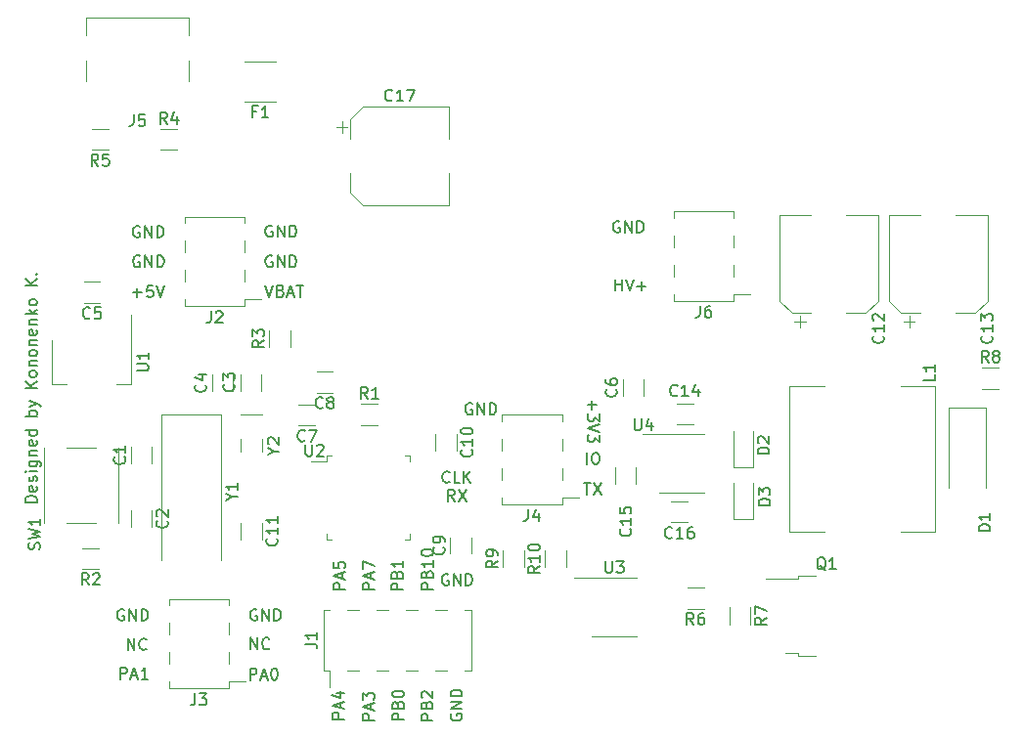
<source format=gbr>
G04 #@! TF.GenerationSoftware,KiCad,Pcbnew,(6.0.0)*
G04 #@! TF.CreationDate,2022-12-26T15:53:49+03:00*
G04 #@! TF.ProjectId,mcu board,6d637520-626f-4617-9264-2e6b69636164,rev?*
G04 #@! TF.SameCoordinates,Original*
G04 #@! TF.FileFunction,Legend,Top*
G04 #@! TF.FilePolarity,Positive*
%FSLAX46Y46*%
G04 Gerber Fmt 4.6, Leading zero omitted, Abs format (unit mm)*
G04 Created by KiCad (PCBNEW (6.0.0)) date 2022-12-26 15:53:49*
%MOMM*%
%LPD*%
G01*
G04 APERTURE LIST*
%ADD10C,0.150000*%
%ADD11C,0.120000*%
G04 APERTURE END LIST*
D10*
X108372380Y-101450952D02*
X107372380Y-101450952D01*
X107372380Y-101212857D01*
X107420000Y-101070000D01*
X107515238Y-100974761D01*
X107610476Y-100927142D01*
X107800952Y-100879523D01*
X107943809Y-100879523D01*
X108134285Y-100927142D01*
X108229523Y-100974761D01*
X108324761Y-101070000D01*
X108372380Y-101212857D01*
X108372380Y-101450952D01*
X108324761Y-100070000D02*
X108372380Y-100165238D01*
X108372380Y-100355714D01*
X108324761Y-100450952D01*
X108229523Y-100498571D01*
X107848571Y-100498571D01*
X107753333Y-100450952D01*
X107705714Y-100355714D01*
X107705714Y-100165238D01*
X107753333Y-100070000D01*
X107848571Y-100022380D01*
X107943809Y-100022380D01*
X108039047Y-100498571D01*
X108324761Y-99641428D02*
X108372380Y-99546190D01*
X108372380Y-99355714D01*
X108324761Y-99260476D01*
X108229523Y-99212857D01*
X108181904Y-99212857D01*
X108086666Y-99260476D01*
X108039047Y-99355714D01*
X108039047Y-99498571D01*
X107991428Y-99593809D01*
X107896190Y-99641428D01*
X107848571Y-99641428D01*
X107753333Y-99593809D01*
X107705714Y-99498571D01*
X107705714Y-99355714D01*
X107753333Y-99260476D01*
X108372380Y-98784285D02*
X107705714Y-98784285D01*
X107372380Y-98784285D02*
X107420000Y-98831904D01*
X107467619Y-98784285D01*
X107420000Y-98736666D01*
X107372380Y-98784285D01*
X107467619Y-98784285D01*
X107705714Y-97879523D02*
X108515238Y-97879523D01*
X108610476Y-97927142D01*
X108658095Y-97974761D01*
X108705714Y-98070000D01*
X108705714Y-98212857D01*
X108658095Y-98308095D01*
X108324761Y-97879523D02*
X108372380Y-97974761D01*
X108372380Y-98165238D01*
X108324761Y-98260476D01*
X108277142Y-98308095D01*
X108181904Y-98355714D01*
X107896190Y-98355714D01*
X107800952Y-98308095D01*
X107753333Y-98260476D01*
X107705714Y-98165238D01*
X107705714Y-97974761D01*
X107753333Y-97879523D01*
X107705714Y-97403333D02*
X108372380Y-97403333D01*
X107800952Y-97403333D02*
X107753333Y-97355714D01*
X107705714Y-97260476D01*
X107705714Y-97117619D01*
X107753333Y-97022380D01*
X107848571Y-96974761D01*
X108372380Y-96974761D01*
X108324761Y-96117619D02*
X108372380Y-96212857D01*
X108372380Y-96403333D01*
X108324761Y-96498571D01*
X108229523Y-96546190D01*
X107848571Y-96546190D01*
X107753333Y-96498571D01*
X107705714Y-96403333D01*
X107705714Y-96212857D01*
X107753333Y-96117619D01*
X107848571Y-96070000D01*
X107943809Y-96070000D01*
X108039047Y-96546190D01*
X108372380Y-95212857D02*
X107372380Y-95212857D01*
X108324761Y-95212857D02*
X108372380Y-95308095D01*
X108372380Y-95498571D01*
X108324761Y-95593809D01*
X108277142Y-95641428D01*
X108181904Y-95689047D01*
X107896190Y-95689047D01*
X107800952Y-95641428D01*
X107753333Y-95593809D01*
X107705714Y-95498571D01*
X107705714Y-95308095D01*
X107753333Y-95212857D01*
X108372380Y-93974761D02*
X107372380Y-93974761D01*
X107753333Y-93974761D02*
X107705714Y-93879523D01*
X107705714Y-93689047D01*
X107753333Y-93593809D01*
X107800952Y-93546190D01*
X107896190Y-93498571D01*
X108181904Y-93498571D01*
X108277142Y-93546190D01*
X108324761Y-93593809D01*
X108372380Y-93689047D01*
X108372380Y-93879523D01*
X108324761Y-93974761D01*
X107705714Y-93165238D02*
X108372380Y-92927142D01*
X107705714Y-92689047D02*
X108372380Y-92927142D01*
X108610476Y-93022380D01*
X108658095Y-93070000D01*
X108705714Y-93165238D01*
X108372380Y-91546190D02*
X107372380Y-91546190D01*
X108372380Y-90974761D02*
X107800952Y-91403333D01*
X107372380Y-90974761D02*
X107943809Y-91546190D01*
X108372380Y-90403333D02*
X108324761Y-90498571D01*
X108277142Y-90546190D01*
X108181904Y-90593809D01*
X107896190Y-90593809D01*
X107800952Y-90546190D01*
X107753333Y-90498571D01*
X107705714Y-90403333D01*
X107705714Y-90260476D01*
X107753333Y-90165238D01*
X107800952Y-90117619D01*
X107896190Y-90070000D01*
X108181904Y-90070000D01*
X108277142Y-90117619D01*
X108324761Y-90165238D01*
X108372380Y-90260476D01*
X108372380Y-90403333D01*
X107705714Y-89641428D02*
X108372380Y-89641428D01*
X107800952Y-89641428D02*
X107753333Y-89593809D01*
X107705714Y-89498571D01*
X107705714Y-89355714D01*
X107753333Y-89260476D01*
X107848571Y-89212857D01*
X108372380Y-89212857D01*
X108372380Y-88593809D02*
X108324761Y-88689047D01*
X108277142Y-88736666D01*
X108181904Y-88784285D01*
X107896190Y-88784285D01*
X107800952Y-88736666D01*
X107753333Y-88689047D01*
X107705714Y-88593809D01*
X107705714Y-88450952D01*
X107753333Y-88355714D01*
X107800952Y-88308095D01*
X107896190Y-88260476D01*
X108181904Y-88260476D01*
X108277142Y-88308095D01*
X108324761Y-88355714D01*
X108372380Y-88450952D01*
X108372380Y-88593809D01*
X107705714Y-87831904D02*
X108372380Y-87831904D01*
X107800952Y-87831904D02*
X107753333Y-87784285D01*
X107705714Y-87689047D01*
X107705714Y-87546190D01*
X107753333Y-87450952D01*
X107848571Y-87403333D01*
X108372380Y-87403333D01*
X108324761Y-86546190D02*
X108372380Y-86641428D01*
X108372380Y-86831904D01*
X108324761Y-86927142D01*
X108229523Y-86974761D01*
X107848571Y-86974761D01*
X107753333Y-86927142D01*
X107705714Y-86831904D01*
X107705714Y-86641428D01*
X107753333Y-86546190D01*
X107848571Y-86498571D01*
X107943809Y-86498571D01*
X108039047Y-86974761D01*
X107705714Y-86070000D02*
X108372380Y-86070000D01*
X107800952Y-86070000D02*
X107753333Y-86022380D01*
X107705714Y-85927142D01*
X107705714Y-85784285D01*
X107753333Y-85689047D01*
X107848571Y-85641428D01*
X108372380Y-85641428D01*
X108372380Y-85165238D02*
X107372380Y-85165238D01*
X107991428Y-85070000D02*
X108372380Y-84784285D01*
X107705714Y-84784285D02*
X108086666Y-85165238D01*
X108372380Y-84212857D02*
X108324761Y-84308095D01*
X108277142Y-84355714D01*
X108181904Y-84403333D01*
X107896190Y-84403333D01*
X107800952Y-84355714D01*
X107753333Y-84308095D01*
X107705714Y-84212857D01*
X107705714Y-84070000D01*
X107753333Y-83974761D01*
X107800952Y-83927142D01*
X107896190Y-83879523D01*
X108181904Y-83879523D01*
X108277142Y-83927142D01*
X108324761Y-83974761D01*
X108372380Y-84070000D01*
X108372380Y-84212857D01*
X108372380Y-82689047D02*
X107372380Y-82689047D01*
X108372380Y-82117619D02*
X107800952Y-82546190D01*
X107372380Y-82117619D02*
X107943809Y-82689047D01*
X108277142Y-81689047D02*
X108324761Y-81641428D01*
X108372380Y-81689047D01*
X108324761Y-81736666D01*
X108277142Y-81689047D01*
X108372380Y-81689047D01*
X126833333Y-116832380D02*
X126833333Y-115832380D01*
X127214285Y-115832380D01*
X127309523Y-115880000D01*
X127357142Y-115927619D01*
X127404761Y-116022857D01*
X127404761Y-116165714D01*
X127357142Y-116260952D01*
X127309523Y-116308571D01*
X127214285Y-116356190D01*
X126833333Y-116356190D01*
X127785714Y-116546666D02*
X128261904Y-116546666D01*
X127690476Y-116832380D02*
X128023809Y-115832380D01*
X128357142Y-116832380D01*
X128880952Y-115832380D02*
X128976190Y-115832380D01*
X129071428Y-115880000D01*
X129119047Y-115927619D01*
X129166666Y-116022857D01*
X129214285Y-116213333D01*
X129214285Y-116451428D01*
X129166666Y-116641904D01*
X129119047Y-116737142D01*
X129071428Y-116784761D01*
X128976190Y-116832380D01*
X128880952Y-116832380D01*
X128785714Y-116784761D01*
X128738095Y-116737142D01*
X128690476Y-116641904D01*
X128642857Y-116451428D01*
X128642857Y-116213333D01*
X128690476Y-116022857D01*
X128738095Y-115927619D01*
X128785714Y-115880000D01*
X128880952Y-115832380D01*
X117278095Y-80130000D02*
X117182857Y-80082380D01*
X117040000Y-80082380D01*
X116897142Y-80130000D01*
X116801904Y-80225238D01*
X116754285Y-80320476D01*
X116706666Y-80510952D01*
X116706666Y-80653809D01*
X116754285Y-80844285D01*
X116801904Y-80939523D01*
X116897142Y-81034761D01*
X117040000Y-81082380D01*
X117135238Y-81082380D01*
X117278095Y-81034761D01*
X117325714Y-80987142D01*
X117325714Y-80653809D01*
X117135238Y-80653809D01*
X117754285Y-81082380D02*
X117754285Y-80082380D01*
X118325714Y-81082380D01*
X118325714Y-80082380D01*
X118801904Y-81082380D02*
X118801904Y-80082380D01*
X119040000Y-80082380D01*
X119182857Y-80130000D01*
X119278095Y-80225238D01*
X119325714Y-80320476D01*
X119373333Y-80510952D01*
X119373333Y-80653809D01*
X119325714Y-80844285D01*
X119278095Y-80939523D01*
X119182857Y-81034761D01*
X119040000Y-81082380D01*
X118801904Y-81082380D01*
X116694285Y-83291428D02*
X117456190Y-83291428D01*
X117075238Y-83672380D02*
X117075238Y-82910476D01*
X118408571Y-82672380D02*
X117932380Y-82672380D01*
X117884761Y-83148571D01*
X117932380Y-83100952D01*
X118027619Y-83053333D01*
X118265714Y-83053333D01*
X118360952Y-83100952D01*
X118408571Y-83148571D01*
X118456190Y-83243809D01*
X118456190Y-83481904D01*
X118408571Y-83577142D01*
X118360952Y-83624761D01*
X118265714Y-83672380D01*
X118027619Y-83672380D01*
X117932380Y-83624761D01*
X117884761Y-83577142D01*
X118741904Y-82672380D02*
X119075238Y-83672380D01*
X119408571Y-82672380D01*
X135072380Y-108976666D02*
X134072380Y-108976666D01*
X134072380Y-108595714D01*
X134120000Y-108500476D01*
X134167619Y-108452857D01*
X134262857Y-108405238D01*
X134405714Y-108405238D01*
X134500952Y-108452857D01*
X134548571Y-108500476D01*
X134596190Y-108595714D01*
X134596190Y-108976666D01*
X134786666Y-108024285D02*
X134786666Y-107548095D01*
X135072380Y-108119523D02*
X134072380Y-107786190D01*
X135072380Y-107452857D01*
X134072380Y-106643333D02*
X134072380Y-107119523D01*
X134548571Y-107167142D01*
X134500952Y-107119523D01*
X134453333Y-107024285D01*
X134453333Y-106786190D01*
X134500952Y-106690952D01*
X134548571Y-106643333D01*
X134643809Y-106595714D01*
X134881904Y-106595714D01*
X134977142Y-106643333D01*
X135024761Y-106690952D01*
X135072380Y-106786190D01*
X135072380Y-107024285D01*
X135024761Y-107119523D01*
X134977142Y-107167142D01*
X144230000Y-119781904D02*
X144182380Y-119877142D01*
X144182380Y-120020000D01*
X144230000Y-120162857D01*
X144325238Y-120258095D01*
X144420476Y-120305714D01*
X144610952Y-120353333D01*
X144753809Y-120353333D01*
X144944285Y-120305714D01*
X145039523Y-120258095D01*
X145134761Y-120162857D01*
X145182380Y-120020000D01*
X145182380Y-119924761D01*
X145134761Y-119781904D01*
X145087142Y-119734285D01*
X144753809Y-119734285D01*
X144753809Y-119924761D01*
X145182380Y-119305714D02*
X144182380Y-119305714D01*
X145182380Y-118734285D01*
X144182380Y-118734285D01*
X145182380Y-118258095D02*
X144182380Y-118258095D01*
X144182380Y-118020000D01*
X144230000Y-117877142D01*
X144325238Y-117781904D01*
X144420476Y-117734285D01*
X144610952Y-117686666D01*
X144753809Y-117686666D01*
X144944285Y-117734285D01*
X145039523Y-117781904D01*
X145134761Y-117877142D01*
X145182380Y-118020000D01*
X145182380Y-118258095D01*
X134962380Y-120226666D02*
X133962380Y-120226666D01*
X133962380Y-119845714D01*
X134010000Y-119750476D01*
X134057619Y-119702857D01*
X134152857Y-119655238D01*
X134295714Y-119655238D01*
X134390952Y-119702857D01*
X134438571Y-119750476D01*
X134486190Y-119845714D01*
X134486190Y-120226666D01*
X134676666Y-119274285D02*
X134676666Y-118798095D01*
X134962380Y-119369523D02*
X133962380Y-119036190D01*
X134962380Y-118702857D01*
X134295714Y-117940952D02*
X134962380Y-117940952D01*
X133914761Y-118179047D02*
X134629047Y-118417142D01*
X134629047Y-117798095D01*
X116234285Y-114232380D02*
X116234285Y-113232380D01*
X116805714Y-114232380D01*
X116805714Y-113232380D01*
X117853333Y-114137142D02*
X117805714Y-114184761D01*
X117662857Y-114232380D01*
X117567619Y-114232380D01*
X117424761Y-114184761D01*
X117329523Y-114089523D01*
X117281904Y-113994285D01*
X117234285Y-113803809D01*
X117234285Y-113660952D01*
X117281904Y-113470476D01*
X117329523Y-113375238D01*
X117424761Y-113280000D01*
X117567619Y-113232380D01*
X117662857Y-113232380D01*
X117805714Y-113280000D01*
X117853333Y-113327619D01*
X128738095Y-77510000D02*
X128642857Y-77462380D01*
X128500000Y-77462380D01*
X128357142Y-77510000D01*
X128261904Y-77605238D01*
X128214285Y-77700476D01*
X128166666Y-77890952D01*
X128166666Y-78033809D01*
X128214285Y-78224285D01*
X128261904Y-78319523D01*
X128357142Y-78414761D01*
X128500000Y-78462380D01*
X128595238Y-78462380D01*
X128738095Y-78414761D01*
X128785714Y-78367142D01*
X128785714Y-78033809D01*
X128595238Y-78033809D01*
X129214285Y-78462380D02*
X129214285Y-77462380D01*
X129785714Y-78462380D01*
X129785714Y-77462380D01*
X130261904Y-78462380D02*
X130261904Y-77462380D01*
X130500000Y-77462380D01*
X130642857Y-77510000D01*
X130738095Y-77605238D01*
X130785714Y-77700476D01*
X130833333Y-77890952D01*
X130833333Y-78033809D01*
X130785714Y-78224285D01*
X130738095Y-78319523D01*
X130642857Y-78414761D01*
X130500000Y-78462380D01*
X130261904Y-78462380D01*
X137572380Y-108976666D02*
X136572380Y-108976666D01*
X136572380Y-108595714D01*
X136620000Y-108500476D01*
X136667619Y-108452857D01*
X136762857Y-108405238D01*
X136905714Y-108405238D01*
X137000952Y-108452857D01*
X137048571Y-108500476D01*
X137096190Y-108595714D01*
X137096190Y-108976666D01*
X137286666Y-108024285D02*
X137286666Y-107548095D01*
X137572380Y-108119523D02*
X136572380Y-107786190D01*
X137572380Y-107452857D01*
X136572380Y-107214761D02*
X136572380Y-106548095D01*
X137572380Y-106976666D01*
X143988095Y-107690000D02*
X143892857Y-107642380D01*
X143750000Y-107642380D01*
X143607142Y-107690000D01*
X143511904Y-107785238D01*
X143464285Y-107880476D01*
X143416666Y-108070952D01*
X143416666Y-108213809D01*
X143464285Y-108404285D01*
X143511904Y-108499523D01*
X143607142Y-108594761D01*
X143750000Y-108642380D01*
X143845238Y-108642380D01*
X143988095Y-108594761D01*
X144035714Y-108547142D01*
X144035714Y-108213809D01*
X143845238Y-108213809D01*
X144464285Y-108642380D02*
X144464285Y-107642380D01*
X145035714Y-108642380D01*
X145035714Y-107642380D01*
X145511904Y-108642380D02*
X145511904Y-107642380D01*
X145750000Y-107642380D01*
X145892857Y-107690000D01*
X145988095Y-107785238D01*
X146035714Y-107880476D01*
X146083333Y-108070952D01*
X146083333Y-108213809D01*
X146035714Y-108404285D01*
X145988095Y-108499523D01*
X145892857Y-108594761D01*
X145750000Y-108642380D01*
X145511904Y-108642380D01*
X140132380Y-120298095D02*
X139132380Y-120298095D01*
X139132380Y-119917142D01*
X139180000Y-119821904D01*
X139227619Y-119774285D01*
X139322857Y-119726666D01*
X139465714Y-119726666D01*
X139560952Y-119774285D01*
X139608571Y-119821904D01*
X139656190Y-119917142D01*
X139656190Y-120298095D01*
X139608571Y-118964761D02*
X139656190Y-118821904D01*
X139703809Y-118774285D01*
X139799047Y-118726666D01*
X139941904Y-118726666D01*
X140037142Y-118774285D01*
X140084761Y-118821904D01*
X140132380Y-118917142D01*
X140132380Y-119298095D01*
X139132380Y-119298095D01*
X139132380Y-118964761D01*
X139180000Y-118869523D01*
X139227619Y-118821904D01*
X139322857Y-118774285D01*
X139418095Y-118774285D01*
X139513333Y-118821904D01*
X139560952Y-118869523D01*
X139608571Y-118964761D01*
X139608571Y-119298095D01*
X139132380Y-118107619D02*
X139132380Y-118012380D01*
X139180000Y-117917142D01*
X139227619Y-117869523D01*
X139322857Y-117821904D01*
X139513333Y-117774285D01*
X139751428Y-117774285D01*
X139941904Y-117821904D01*
X140037142Y-117869523D01*
X140084761Y-117917142D01*
X140132380Y-118012380D01*
X140132380Y-118107619D01*
X140084761Y-118202857D01*
X140037142Y-118250476D01*
X139941904Y-118298095D01*
X139751428Y-118345714D01*
X139513333Y-118345714D01*
X139322857Y-118298095D01*
X139227619Y-118250476D01*
X139180000Y-118202857D01*
X139132380Y-118107619D01*
X128157142Y-82642380D02*
X128490476Y-83642380D01*
X128823809Y-82642380D01*
X129490476Y-83118571D02*
X129633333Y-83166190D01*
X129680952Y-83213809D01*
X129728571Y-83309047D01*
X129728571Y-83451904D01*
X129680952Y-83547142D01*
X129633333Y-83594761D01*
X129538095Y-83642380D01*
X129157142Y-83642380D01*
X129157142Y-82642380D01*
X129490476Y-82642380D01*
X129585714Y-82690000D01*
X129633333Y-82737619D01*
X129680952Y-82832857D01*
X129680952Y-82928095D01*
X129633333Y-83023333D01*
X129585714Y-83070952D01*
X129490476Y-83118571D01*
X129157142Y-83118571D01*
X130109523Y-83356666D02*
X130585714Y-83356666D01*
X130014285Y-83642380D02*
X130347619Y-82642380D01*
X130680952Y-83642380D01*
X130871428Y-82642380D02*
X131442857Y-82642380D01*
X131157142Y-83642380D02*
X131157142Y-82642380D01*
X155738095Y-99752380D02*
X156309523Y-99752380D01*
X156023809Y-100752380D02*
X156023809Y-99752380D01*
X156547619Y-99752380D02*
X157214285Y-100752380D01*
X157214285Y-99752380D02*
X156547619Y-100752380D01*
X144533333Y-101352380D02*
X144200000Y-100876190D01*
X143961904Y-101352380D02*
X143961904Y-100352380D01*
X144342857Y-100352380D01*
X144438095Y-100400000D01*
X144485714Y-100447619D01*
X144533333Y-100542857D01*
X144533333Y-100685714D01*
X144485714Y-100780952D01*
X144438095Y-100828571D01*
X144342857Y-100876190D01*
X143961904Y-100876190D01*
X144866666Y-100352380D02*
X145533333Y-101352380D01*
X145533333Y-100352380D02*
X144866666Y-101352380D01*
X128738095Y-80130000D02*
X128642857Y-80082380D01*
X128500000Y-80082380D01*
X128357142Y-80130000D01*
X128261904Y-80225238D01*
X128214285Y-80320476D01*
X128166666Y-80510952D01*
X128166666Y-80653809D01*
X128214285Y-80844285D01*
X128261904Y-80939523D01*
X128357142Y-81034761D01*
X128500000Y-81082380D01*
X128595238Y-81082380D01*
X128738095Y-81034761D01*
X128785714Y-80987142D01*
X128785714Y-80653809D01*
X128595238Y-80653809D01*
X129214285Y-81082380D02*
X129214285Y-80082380D01*
X129785714Y-81082380D01*
X129785714Y-80082380D01*
X130261904Y-81082380D02*
X130261904Y-80082380D01*
X130500000Y-80082380D01*
X130642857Y-80130000D01*
X130738095Y-80225238D01*
X130785714Y-80320476D01*
X130833333Y-80510952D01*
X130833333Y-80653809D01*
X130785714Y-80844285D01*
X130738095Y-80939523D01*
X130642857Y-81034761D01*
X130500000Y-81082380D01*
X130261904Y-81082380D01*
X115898095Y-110760000D02*
X115802857Y-110712380D01*
X115660000Y-110712380D01*
X115517142Y-110760000D01*
X115421904Y-110855238D01*
X115374285Y-110950476D01*
X115326666Y-111140952D01*
X115326666Y-111283809D01*
X115374285Y-111474285D01*
X115421904Y-111569523D01*
X115517142Y-111664761D01*
X115660000Y-111712380D01*
X115755238Y-111712380D01*
X115898095Y-111664761D01*
X115945714Y-111617142D01*
X115945714Y-111283809D01*
X115755238Y-111283809D01*
X116374285Y-111712380D02*
X116374285Y-110712380D01*
X116945714Y-111712380D01*
X116945714Y-110712380D01*
X117421904Y-111712380D02*
X117421904Y-110712380D01*
X117660000Y-110712380D01*
X117802857Y-110760000D01*
X117898095Y-110855238D01*
X117945714Y-110950476D01*
X117993333Y-111140952D01*
X117993333Y-111283809D01*
X117945714Y-111474285D01*
X117898095Y-111569523D01*
X117802857Y-111664761D01*
X117660000Y-111712380D01*
X117421904Y-111712380D01*
X144104761Y-99657142D02*
X144057142Y-99704761D01*
X143914285Y-99752380D01*
X143819047Y-99752380D01*
X143676190Y-99704761D01*
X143580952Y-99609523D01*
X143533333Y-99514285D01*
X143485714Y-99323809D01*
X143485714Y-99180952D01*
X143533333Y-98990476D01*
X143580952Y-98895238D01*
X143676190Y-98800000D01*
X143819047Y-98752380D01*
X143914285Y-98752380D01*
X144057142Y-98800000D01*
X144104761Y-98847619D01*
X145009523Y-99752380D02*
X144533333Y-99752380D01*
X144533333Y-98752380D01*
X145342857Y-99752380D02*
X145342857Y-98752380D01*
X145914285Y-99752380D02*
X145485714Y-99180952D01*
X145914285Y-98752380D02*
X145342857Y-99323809D01*
X117258095Y-77550000D02*
X117162857Y-77502380D01*
X117020000Y-77502380D01*
X116877142Y-77550000D01*
X116781904Y-77645238D01*
X116734285Y-77740476D01*
X116686666Y-77930952D01*
X116686666Y-78073809D01*
X116734285Y-78264285D01*
X116781904Y-78359523D01*
X116877142Y-78454761D01*
X117020000Y-78502380D01*
X117115238Y-78502380D01*
X117258095Y-78454761D01*
X117305714Y-78407142D01*
X117305714Y-78073809D01*
X117115238Y-78073809D01*
X117734285Y-78502380D02*
X117734285Y-77502380D01*
X118305714Y-78502380D01*
X118305714Y-77502380D01*
X118781904Y-78502380D02*
X118781904Y-77502380D01*
X119020000Y-77502380D01*
X119162857Y-77550000D01*
X119258095Y-77645238D01*
X119305714Y-77740476D01*
X119353333Y-77930952D01*
X119353333Y-78073809D01*
X119305714Y-78264285D01*
X119258095Y-78359523D01*
X119162857Y-78454761D01*
X119020000Y-78502380D01*
X118781904Y-78502380D01*
X156428571Y-92638095D02*
X156428571Y-93400000D01*
X156047619Y-93019047D02*
X156809523Y-93019047D01*
X157047619Y-93780952D02*
X157047619Y-94400000D01*
X156666666Y-94066666D01*
X156666666Y-94209523D01*
X156619047Y-94304761D01*
X156571428Y-94352380D01*
X156476190Y-94400000D01*
X156238095Y-94400000D01*
X156142857Y-94352380D01*
X156095238Y-94304761D01*
X156047619Y-94209523D01*
X156047619Y-93923809D01*
X156095238Y-93828571D01*
X156142857Y-93780952D01*
X157047619Y-94685714D02*
X156047619Y-95019047D01*
X157047619Y-95352380D01*
X157047619Y-95590476D02*
X157047619Y-96209523D01*
X156666666Y-95876190D01*
X156666666Y-96019047D01*
X156619047Y-96114285D01*
X156571428Y-96161904D01*
X156476190Y-96209523D01*
X156238095Y-96209523D01*
X156142857Y-96161904D01*
X156095238Y-96114285D01*
X156047619Y-96019047D01*
X156047619Y-95733333D01*
X156095238Y-95638095D01*
X156142857Y-95590476D01*
X137582380Y-120316666D02*
X136582380Y-120316666D01*
X136582380Y-119935714D01*
X136630000Y-119840476D01*
X136677619Y-119792857D01*
X136772857Y-119745238D01*
X136915714Y-119745238D01*
X137010952Y-119792857D01*
X137058571Y-119840476D01*
X137106190Y-119935714D01*
X137106190Y-120316666D01*
X137296666Y-119364285D02*
X137296666Y-118888095D01*
X137582380Y-119459523D02*
X136582380Y-119126190D01*
X137582380Y-118792857D01*
X136582380Y-118554761D02*
X136582380Y-117935714D01*
X136963333Y-118269047D01*
X136963333Y-118126190D01*
X137010952Y-118030952D01*
X137058571Y-117983333D01*
X137153809Y-117935714D01*
X137391904Y-117935714D01*
X137487142Y-117983333D01*
X137534761Y-118030952D01*
X137582380Y-118126190D01*
X137582380Y-118411904D01*
X137534761Y-118507142D01*
X137487142Y-118554761D01*
X115613333Y-116752380D02*
X115613333Y-115752380D01*
X115994285Y-115752380D01*
X116089523Y-115800000D01*
X116137142Y-115847619D01*
X116184761Y-115942857D01*
X116184761Y-116085714D01*
X116137142Y-116180952D01*
X116089523Y-116228571D01*
X115994285Y-116276190D01*
X115613333Y-116276190D01*
X116565714Y-116466666D02*
X117041904Y-116466666D01*
X116470476Y-116752380D02*
X116803809Y-115752380D01*
X117137142Y-116752380D01*
X117994285Y-116752380D02*
X117422857Y-116752380D01*
X117708571Y-116752380D02*
X117708571Y-115752380D01*
X117613333Y-115895238D01*
X117518095Y-115990476D01*
X117422857Y-116038095D01*
X142642380Y-120328095D02*
X141642380Y-120328095D01*
X141642380Y-119947142D01*
X141690000Y-119851904D01*
X141737619Y-119804285D01*
X141832857Y-119756666D01*
X141975714Y-119756666D01*
X142070952Y-119804285D01*
X142118571Y-119851904D01*
X142166190Y-119947142D01*
X142166190Y-120328095D01*
X142118571Y-118994761D02*
X142166190Y-118851904D01*
X142213809Y-118804285D01*
X142309047Y-118756666D01*
X142451904Y-118756666D01*
X142547142Y-118804285D01*
X142594761Y-118851904D01*
X142642380Y-118947142D01*
X142642380Y-119328095D01*
X141642380Y-119328095D01*
X141642380Y-118994761D01*
X141690000Y-118899523D01*
X141737619Y-118851904D01*
X141832857Y-118804285D01*
X141928095Y-118804285D01*
X142023333Y-118851904D01*
X142070952Y-118899523D01*
X142118571Y-118994761D01*
X142118571Y-119328095D01*
X141737619Y-118375714D02*
X141690000Y-118328095D01*
X141642380Y-118232857D01*
X141642380Y-117994761D01*
X141690000Y-117899523D01*
X141737619Y-117851904D01*
X141832857Y-117804285D01*
X141928095Y-117804285D01*
X142070952Y-117851904D01*
X142642380Y-118423333D01*
X142642380Y-117804285D01*
X127408095Y-110750000D02*
X127312857Y-110702380D01*
X127170000Y-110702380D01*
X127027142Y-110750000D01*
X126931904Y-110845238D01*
X126884285Y-110940476D01*
X126836666Y-111130952D01*
X126836666Y-111273809D01*
X126884285Y-111464285D01*
X126931904Y-111559523D01*
X127027142Y-111654761D01*
X127170000Y-111702380D01*
X127265238Y-111702380D01*
X127408095Y-111654761D01*
X127455714Y-111607142D01*
X127455714Y-111273809D01*
X127265238Y-111273809D01*
X127884285Y-111702380D02*
X127884285Y-110702380D01*
X128455714Y-111702380D01*
X128455714Y-110702380D01*
X128931904Y-111702380D02*
X128931904Y-110702380D01*
X129170000Y-110702380D01*
X129312857Y-110750000D01*
X129408095Y-110845238D01*
X129455714Y-110940476D01*
X129503333Y-111130952D01*
X129503333Y-111273809D01*
X129455714Y-111464285D01*
X129408095Y-111559523D01*
X129312857Y-111654761D01*
X129170000Y-111702380D01*
X128931904Y-111702380D01*
X146038095Y-92900000D02*
X145942857Y-92852380D01*
X145800000Y-92852380D01*
X145657142Y-92900000D01*
X145561904Y-92995238D01*
X145514285Y-93090476D01*
X145466666Y-93280952D01*
X145466666Y-93423809D01*
X145514285Y-93614285D01*
X145561904Y-93709523D01*
X145657142Y-93804761D01*
X145800000Y-93852380D01*
X145895238Y-93852380D01*
X146038095Y-93804761D01*
X146085714Y-93757142D01*
X146085714Y-93423809D01*
X145895238Y-93423809D01*
X146514285Y-93852380D02*
X146514285Y-92852380D01*
X147085714Y-93852380D01*
X147085714Y-92852380D01*
X147561904Y-93852380D02*
X147561904Y-92852380D01*
X147800000Y-92852380D01*
X147942857Y-92900000D01*
X148038095Y-92995238D01*
X148085714Y-93090476D01*
X148133333Y-93280952D01*
X148133333Y-93423809D01*
X148085714Y-93614285D01*
X148038095Y-93709523D01*
X147942857Y-93804761D01*
X147800000Y-93852380D01*
X147561904Y-93852380D01*
X142662380Y-108994285D02*
X141662380Y-108994285D01*
X141662380Y-108613333D01*
X141710000Y-108518095D01*
X141757619Y-108470476D01*
X141852857Y-108422857D01*
X141995714Y-108422857D01*
X142090952Y-108470476D01*
X142138571Y-108518095D01*
X142186190Y-108613333D01*
X142186190Y-108994285D01*
X142138571Y-107660952D02*
X142186190Y-107518095D01*
X142233809Y-107470476D01*
X142329047Y-107422857D01*
X142471904Y-107422857D01*
X142567142Y-107470476D01*
X142614761Y-107518095D01*
X142662380Y-107613333D01*
X142662380Y-107994285D01*
X141662380Y-107994285D01*
X141662380Y-107660952D01*
X141710000Y-107565714D01*
X141757619Y-107518095D01*
X141852857Y-107470476D01*
X141948095Y-107470476D01*
X142043333Y-107518095D01*
X142090952Y-107565714D01*
X142138571Y-107660952D01*
X142138571Y-107994285D01*
X142662380Y-106470476D02*
X142662380Y-107041904D01*
X142662380Y-106756190D02*
X141662380Y-106756190D01*
X141805238Y-106851428D01*
X141900476Y-106946666D01*
X141948095Y-107041904D01*
X141662380Y-105851428D02*
X141662380Y-105756190D01*
X141710000Y-105660952D01*
X141757619Y-105613333D01*
X141852857Y-105565714D01*
X142043333Y-105518095D01*
X142281428Y-105518095D01*
X142471904Y-105565714D01*
X142567142Y-105613333D01*
X142614761Y-105660952D01*
X142662380Y-105756190D01*
X142662380Y-105851428D01*
X142614761Y-105946666D01*
X142567142Y-105994285D01*
X142471904Y-106041904D01*
X142281428Y-106089523D01*
X142043333Y-106089523D01*
X141852857Y-106041904D01*
X141757619Y-105994285D01*
X141710000Y-105946666D01*
X141662380Y-105851428D01*
X126874285Y-114182380D02*
X126874285Y-113182380D01*
X127445714Y-114182380D01*
X127445714Y-113182380D01*
X128493333Y-114087142D02*
X128445714Y-114134761D01*
X128302857Y-114182380D01*
X128207619Y-114182380D01*
X128064761Y-114134761D01*
X127969523Y-114039523D01*
X127921904Y-113944285D01*
X127874285Y-113753809D01*
X127874285Y-113610952D01*
X127921904Y-113420476D01*
X127969523Y-113325238D01*
X128064761Y-113230000D01*
X128207619Y-113182380D01*
X128302857Y-113182380D01*
X128445714Y-113230000D01*
X128493333Y-113277619D01*
X158436666Y-83132380D02*
X158436666Y-82132380D01*
X158436666Y-82608571D02*
X159008095Y-82608571D01*
X159008095Y-83132380D02*
X159008095Y-82132380D01*
X159341428Y-82132380D02*
X159674761Y-83132380D01*
X160008095Y-82132380D01*
X160341428Y-82751428D02*
X161103333Y-82751428D01*
X160722380Y-83132380D02*
X160722380Y-82370476D01*
X140072380Y-109028095D02*
X139072380Y-109028095D01*
X139072380Y-108647142D01*
X139120000Y-108551904D01*
X139167619Y-108504285D01*
X139262857Y-108456666D01*
X139405714Y-108456666D01*
X139500952Y-108504285D01*
X139548571Y-108551904D01*
X139596190Y-108647142D01*
X139596190Y-109028095D01*
X139548571Y-107694761D02*
X139596190Y-107551904D01*
X139643809Y-107504285D01*
X139739047Y-107456666D01*
X139881904Y-107456666D01*
X139977142Y-107504285D01*
X140024761Y-107551904D01*
X140072380Y-107647142D01*
X140072380Y-108028095D01*
X139072380Y-108028095D01*
X139072380Y-107694761D01*
X139120000Y-107599523D01*
X139167619Y-107551904D01*
X139262857Y-107504285D01*
X139358095Y-107504285D01*
X139453333Y-107551904D01*
X139500952Y-107599523D01*
X139548571Y-107694761D01*
X139548571Y-108028095D01*
X140072380Y-106504285D02*
X140072380Y-107075714D01*
X140072380Y-106790000D02*
X139072380Y-106790000D01*
X139215238Y-106885238D01*
X139310476Y-106980476D01*
X139358095Y-107075714D01*
X158818095Y-77130000D02*
X158722857Y-77082380D01*
X158580000Y-77082380D01*
X158437142Y-77130000D01*
X158341904Y-77225238D01*
X158294285Y-77320476D01*
X158246666Y-77510952D01*
X158246666Y-77653809D01*
X158294285Y-77844285D01*
X158341904Y-77939523D01*
X158437142Y-78034761D01*
X158580000Y-78082380D01*
X158675238Y-78082380D01*
X158818095Y-78034761D01*
X158865714Y-77987142D01*
X158865714Y-77653809D01*
X158675238Y-77653809D01*
X159294285Y-78082380D02*
X159294285Y-77082380D01*
X159865714Y-78082380D01*
X159865714Y-77082380D01*
X160341904Y-78082380D02*
X160341904Y-77082380D01*
X160580000Y-77082380D01*
X160722857Y-77130000D01*
X160818095Y-77225238D01*
X160865714Y-77320476D01*
X160913333Y-77510952D01*
X160913333Y-77653809D01*
X160865714Y-77844285D01*
X160818095Y-77939523D01*
X160722857Y-78034761D01*
X160580000Y-78082380D01*
X160341904Y-78082380D01*
X155976190Y-98152380D02*
X155976190Y-97152380D01*
X156642857Y-97152380D02*
X156833333Y-97152380D01*
X156928571Y-97200000D01*
X157023809Y-97295238D01*
X157071428Y-97485714D01*
X157071428Y-97819047D01*
X157023809Y-98009523D01*
X156928571Y-98104761D01*
X156833333Y-98152380D01*
X156642857Y-98152380D01*
X156547619Y-98104761D01*
X156452380Y-98009523D01*
X156404761Y-97819047D01*
X156404761Y-97485714D01*
X156452380Y-97295238D01*
X156547619Y-97200000D01*
X156642857Y-97152380D01*
X125266190Y-100996190D02*
X125742380Y-100996190D01*
X124742380Y-101329523D02*
X125266190Y-100996190D01*
X124742380Y-100662857D01*
X125742380Y-99805714D02*
X125742380Y-100377142D01*
X125742380Y-100091428D02*
X124742380Y-100091428D01*
X124885238Y-100186666D01*
X124980476Y-100281904D01*
X125028095Y-100377142D01*
X128876190Y-97021190D02*
X129352380Y-97021190D01*
X128352380Y-97354523D02*
X128876190Y-97021190D01*
X128352380Y-96687857D01*
X128447619Y-96402142D02*
X128400000Y-96354523D01*
X128352380Y-96259285D01*
X128352380Y-96021190D01*
X128400000Y-95925952D01*
X128447619Y-95878333D01*
X128542857Y-95830714D01*
X128638095Y-95830714D01*
X128780952Y-95878333D01*
X129352380Y-96449761D01*
X129352380Y-95830714D01*
X115947142Y-97519166D02*
X115994761Y-97566785D01*
X116042380Y-97709642D01*
X116042380Y-97804880D01*
X115994761Y-97947738D01*
X115899523Y-98042976D01*
X115804285Y-98090595D01*
X115613809Y-98138214D01*
X115470952Y-98138214D01*
X115280476Y-98090595D01*
X115185238Y-98042976D01*
X115090000Y-97947738D01*
X115042380Y-97804880D01*
X115042380Y-97709642D01*
X115090000Y-97566785D01*
X115137619Y-97519166D01*
X116042380Y-96566785D02*
X116042380Y-97138214D01*
X116042380Y-96852500D02*
X115042380Y-96852500D01*
X115185238Y-96947738D01*
X115280476Y-97042976D01*
X115328095Y-97138214D01*
X119627142Y-103036666D02*
X119674761Y-103084285D01*
X119722380Y-103227142D01*
X119722380Y-103322380D01*
X119674761Y-103465238D01*
X119579523Y-103560476D01*
X119484285Y-103608095D01*
X119293809Y-103655714D01*
X119150952Y-103655714D01*
X118960476Y-103608095D01*
X118865238Y-103560476D01*
X118770000Y-103465238D01*
X118722380Y-103322380D01*
X118722380Y-103227142D01*
X118770000Y-103084285D01*
X118817619Y-103036666D01*
X118817619Y-102655714D02*
X118770000Y-102608095D01*
X118722380Y-102512857D01*
X118722380Y-102274761D01*
X118770000Y-102179523D01*
X118817619Y-102131904D01*
X118912857Y-102084285D01*
X119008095Y-102084285D01*
X119150952Y-102131904D01*
X119722380Y-102703333D01*
X119722380Y-102084285D01*
X125407142Y-91229166D02*
X125454761Y-91276785D01*
X125502380Y-91419642D01*
X125502380Y-91514880D01*
X125454761Y-91657738D01*
X125359523Y-91752976D01*
X125264285Y-91800595D01*
X125073809Y-91848214D01*
X124930952Y-91848214D01*
X124740476Y-91800595D01*
X124645238Y-91752976D01*
X124550000Y-91657738D01*
X124502380Y-91514880D01*
X124502380Y-91419642D01*
X124550000Y-91276785D01*
X124597619Y-91229166D01*
X124502380Y-90895833D02*
X124502380Y-90276785D01*
X124883333Y-90610119D01*
X124883333Y-90467261D01*
X124930952Y-90372023D01*
X124978571Y-90324404D01*
X125073809Y-90276785D01*
X125311904Y-90276785D01*
X125407142Y-90324404D01*
X125454761Y-90372023D01*
X125502380Y-90467261D01*
X125502380Y-90752976D01*
X125454761Y-90848214D01*
X125407142Y-90895833D01*
X122947142Y-91264166D02*
X122994761Y-91311785D01*
X123042380Y-91454642D01*
X123042380Y-91549880D01*
X122994761Y-91692738D01*
X122899523Y-91787976D01*
X122804285Y-91835595D01*
X122613809Y-91883214D01*
X122470952Y-91883214D01*
X122280476Y-91835595D01*
X122185238Y-91787976D01*
X122090000Y-91692738D01*
X122042380Y-91549880D01*
X122042380Y-91454642D01*
X122090000Y-91311785D01*
X122137619Y-91264166D01*
X122375714Y-90407023D02*
X123042380Y-90407023D01*
X121994761Y-90645119D02*
X122709047Y-90883214D01*
X122709047Y-90264166D01*
X112975833Y-85467142D02*
X112928214Y-85514761D01*
X112785357Y-85562380D01*
X112690119Y-85562380D01*
X112547261Y-85514761D01*
X112452023Y-85419523D01*
X112404404Y-85324285D01*
X112356785Y-85133809D01*
X112356785Y-84990952D01*
X112404404Y-84800476D01*
X112452023Y-84705238D01*
X112547261Y-84610000D01*
X112690119Y-84562380D01*
X112785357Y-84562380D01*
X112928214Y-84610000D01*
X112975833Y-84657619D01*
X113880595Y-84562380D02*
X113404404Y-84562380D01*
X113356785Y-85038571D01*
X113404404Y-84990952D01*
X113499642Y-84943333D01*
X113737738Y-84943333D01*
X113832976Y-84990952D01*
X113880595Y-85038571D01*
X113928214Y-85133809D01*
X113928214Y-85371904D01*
X113880595Y-85467142D01*
X113832976Y-85514761D01*
X113737738Y-85562380D01*
X113499642Y-85562380D01*
X113404404Y-85514761D01*
X113356785Y-85467142D01*
X158507142Y-91679166D02*
X158554761Y-91726785D01*
X158602380Y-91869642D01*
X158602380Y-91964880D01*
X158554761Y-92107738D01*
X158459523Y-92202976D01*
X158364285Y-92250595D01*
X158173809Y-92298214D01*
X158030952Y-92298214D01*
X157840476Y-92250595D01*
X157745238Y-92202976D01*
X157650000Y-92107738D01*
X157602380Y-91964880D01*
X157602380Y-91869642D01*
X157650000Y-91726785D01*
X157697619Y-91679166D01*
X157602380Y-90822023D02*
X157602380Y-91012500D01*
X157650000Y-91107738D01*
X157697619Y-91155357D01*
X157840476Y-91250595D01*
X158030952Y-91298214D01*
X158411904Y-91298214D01*
X158507142Y-91250595D01*
X158554761Y-91202976D01*
X158602380Y-91107738D01*
X158602380Y-90917261D01*
X158554761Y-90822023D01*
X158507142Y-90774404D01*
X158411904Y-90726785D01*
X158173809Y-90726785D01*
X158078571Y-90774404D01*
X158030952Y-90822023D01*
X157983333Y-90917261D01*
X157983333Y-91107738D01*
X158030952Y-91202976D01*
X158078571Y-91250595D01*
X158173809Y-91298214D01*
X131575833Y-96087142D02*
X131528214Y-96134761D01*
X131385357Y-96182380D01*
X131290119Y-96182380D01*
X131147261Y-96134761D01*
X131052023Y-96039523D01*
X131004404Y-95944285D01*
X130956785Y-95753809D01*
X130956785Y-95610952D01*
X131004404Y-95420476D01*
X131052023Y-95325238D01*
X131147261Y-95230000D01*
X131290119Y-95182380D01*
X131385357Y-95182380D01*
X131528214Y-95230000D01*
X131575833Y-95277619D01*
X131909166Y-95182380D02*
X132575833Y-95182380D01*
X132147261Y-96182380D01*
X133120833Y-93237142D02*
X133073214Y-93284761D01*
X132930357Y-93332380D01*
X132835119Y-93332380D01*
X132692261Y-93284761D01*
X132597023Y-93189523D01*
X132549404Y-93094285D01*
X132501785Y-92903809D01*
X132501785Y-92760952D01*
X132549404Y-92570476D01*
X132597023Y-92475238D01*
X132692261Y-92380000D01*
X132835119Y-92332380D01*
X132930357Y-92332380D01*
X133073214Y-92380000D01*
X133120833Y-92427619D01*
X133692261Y-92760952D02*
X133597023Y-92713333D01*
X133549404Y-92665714D01*
X133501785Y-92570476D01*
X133501785Y-92522857D01*
X133549404Y-92427619D01*
X133597023Y-92380000D01*
X133692261Y-92332380D01*
X133882738Y-92332380D01*
X133977976Y-92380000D01*
X134025595Y-92427619D01*
X134073214Y-92522857D01*
X134073214Y-92570476D01*
X134025595Y-92665714D01*
X133977976Y-92713333D01*
X133882738Y-92760952D01*
X133692261Y-92760952D01*
X133597023Y-92808571D01*
X133549404Y-92856190D01*
X133501785Y-92951428D01*
X133501785Y-93141904D01*
X133549404Y-93237142D01*
X133597023Y-93284761D01*
X133692261Y-93332380D01*
X133882738Y-93332380D01*
X133977976Y-93284761D01*
X134025595Y-93237142D01*
X134073214Y-93141904D01*
X134073214Y-92951428D01*
X134025595Y-92856190D01*
X133977976Y-92808571D01*
X133882738Y-92760952D01*
X108604761Y-105533333D02*
X108652380Y-105390476D01*
X108652380Y-105152380D01*
X108604761Y-105057142D01*
X108557142Y-105009523D01*
X108461904Y-104961904D01*
X108366666Y-104961904D01*
X108271428Y-105009523D01*
X108223809Y-105057142D01*
X108176190Y-105152380D01*
X108128571Y-105342857D01*
X108080952Y-105438095D01*
X108033333Y-105485714D01*
X107938095Y-105533333D01*
X107842857Y-105533333D01*
X107747619Y-105485714D01*
X107700000Y-105438095D01*
X107652380Y-105342857D01*
X107652380Y-105104761D01*
X107700000Y-104961904D01*
X107652380Y-104628571D02*
X108652380Y-104390476D01*
X107938095Y-104200000D01*
X108652380Y-104009523D01*
X107652380Y-103771428D01*
X108652380Y-102866666D02*
X108652380Y-103438095D01*
X108652380Y-103152380D02*
X107652380Y-103152380D01*
X107795238Y-103247619D01*
X107890476Y-103342857D01*
X107938095Y-103438095D01*
X143577142Y-105349166D02*
X143624761Y-105396785D01*
X143672380Y-105539642D01*
X143672380Y-105634880D01*
X143624761Y-105777738D01*
X143529523Y-105872976D01*
X143434285Y-105920595D01*
X143243809Y-105968214D01*
X143100952Y-105968214D01*
X142910476Y-105920595D01*
X142815238Y-105872976D01*
X142720000Y-105777738D01*
X142672380Y-105634880D01*
X142672380Y-105539642D01*
X142720000Y-105396785D01*
X142767619Y-105349166D01*
X143672380Y-104872976D02*
X143672380Y-104682500D01*
X143624761Y-104587261D01*
X143577142Y-104539642D01*
X143434285Y-104444404D01*
X143243809Y-104396785D01*
X142862857Y-104396785D01*
X142767619Y-104444404D01*
X142720000Y-104492023D01*
X142672380Y-104587261D01*
X142672380Y-104777738D01*
X142720000Y-104872976D01*
X142767619Y-104920595D01*
X142862857Y-104968214D01*
X143100952Y-104968214D01*
X143196190Y-104920595D01*
X143243809Y-104872976D01*
X143291428Y-104777738D01*
X143291428Y-104587261D01*
X143243809Y-104492023D01*
X143196190Y-104444404D01*
X143100952Y-104396785D01*
X145997142Y-96905357D02*
X146044761Y-96952976D01*
X146092380Y-97095833D01*
X146092380Y-97191071D01*
X146044761Y-97333928D01*
X145949523Y-97429166D01*
X145854285Y-97476785D01*
X145663809Y-97524404D01*
X145520952Y-97524404D01*
X145330476Y-97476785D01*
X145235238Y-97429166D01*
X145140000Y-97333928D01*
X145092380Y-97191071D01*
X145092380Y-97095833D01*
X145140000Y-96952976D01*
X145187619Y-96905357D01*
X146092380Y-95952976D02*
X146092380Y-96524404D01*
X146092380Y-96238690D02*
X145092380Y-96238690D01*
X145235238Y-96333928D01*
X145330476Y-96429166D01*
X145378095Y-96524404D01*
X145092380Y-95333928D02*
X145092380Y-95238690D01*
X145140000Y-95143452D01*
X145187619Y-95095833D01*
X145282857Y-95048214D01*
X145473333Y-95000595D01*
X145711428Y-95000595D01*
X145901904Y-95048214D01*
X145997142Y-95095833D01*
X146044761Y-95143452D01*
X146092380Y-95238690D01*
X146092380Y-95333928D01*
X146044761Y-95429166D01*
X145997142Y-95476785D01*
X145901904Y-95524404D01*
X145711428Y-95572023D01*
X145473333Y-95572023D01*
X145282857Y-95524404D01*
X145187619Y-95476785D01*
X145140000Y-95429166D01*
X145092380Y-95333928D01*
X129137142Y-104585357D02*
X129184761Y-104632976D01*
X129232380Y-104775833D01*
X129232380Y-104871071D01*
X129184761Y-105013928D01*
X129089523Y-105109166D01*
X128994285Y-105156785D01*
X128803809Y-105204404D01*
X128660952Y-105204404D01*
X128470476Y-105156785D01*
X128375238Y-105109166D01*
X128280000Y-105013928D01*
X128232380Y-104871071D01*
X128232380Y-104775833D01*
X128280000Y-104632976D01*
X128327619Y-104585357D01*
X129232380Y-103632976D02*
X129232380Y-104204404D01*
X129232380Y-103918690D02*
X128232380Y-103918690D01*
X128375238Y-104013928D01*
X128470476Y-104109166D01*
X128518095Y-104204404D01*
X129232380Y-102680595D02*
X129232380Y-103252023D01*
X129232380Y-102966309D02*
X128232380Y-102966309D01*
X128375238Y-103061547D01*
X128470476Y-103156785D01*
X128518095Y-103252023D01*
X181607142Y-87042857D02*
X181654761Y-87090476D01*
X181702380Y-87233333D01*
X181702380Y-87328571D01*
X181654761Y-87471428D01*
X181559523Y-87566666D01*
X181464285Y-87614285D01*
X181273809Y-87661904D01*
X181130952Y-87661904D01*
X180940476Y-87614285D01*
X180845238Y-87566666D01*
X180750000Y-87471428D01*
X180702380Y-87328571D01*
X180702380Y-87233333D01*
X180750000Y-87090476D01*
X180797619Y-87042857D01*
X181702380Y-86090476D02*
X181702380Y-86661904D01*
X181702380Y-86376190D02*
X180702380Y-86376190D01*
X180845238Y-86471428D01*
X180940476Y-86566666D01*
X180988095Y-86661904D01*
X180797619Y-85709523D02*
X180750000Y-85661904D01*
X180702380Y-85566666D01*
X180702380Y-85328571D01*
X180750000Y-85233333D01*
X180797619Y-85185714D01*
X180892857Y-85138095D01*
X180988095Y-85138095D01*
X181130952Y-85185714D01*
X181702380Y-85757142D01*
X181702380Y-85138095D01*
X131632380Y-113718333D02*
X132346666Y-113718333D01*
X132489523Y-113765952D01*
X132584761Y-113861190D01*
X132632380Y-114004047D01*
X132632380Y-114099285D01*
X132632380Y-112718333D02*
X132632380Y-113289761D01*
X132632380Y-113004047D02*
X131632380Y-113004047D01*
X131775238Y-113099285D01*
X131870476Y-113194523D01*
X131918095Y-113289761D01*
X123451666Y-84902380D02*
X123451666Y-85616666D01*
X123404047Y-85759523D01*
X123308809Y-85854761D01*
X123165952Y-85902380D01*
X123070714Y-85902380D01*
X123880238Y-84997619D02*
X123927857Y-84950000D01*
X124023095Y-84902380D01*
X124261190Y-84902380D01*
X124356428Y-84950000D01*
X124404047Y-84997619D01*
X124451666Y-85092857D01*
X124451666Y-85188095D01*
X124404047Y-85330952D01*
X123832619Y-85902380D01*
X124451666Y-85902380D01*
X122061666Y-118012380D02*
X122061666Y-118726666D01*
X122014047Y-118869523D01*
X121918809Y-118964761D01*
X121775952Y-119012380D01*
X121680714Y-119012380D01*
X122442619Y-118012380D02*
X123061666Y-118012380D01*
X122728333Y-118393333D01*
X122871190Y-118393333D01*
X122966428Y-118440952D01*
X123014047Y-118488571D01*
X123061666Y-118583809D01*
X123061666Y-118821904D01*
X123014047Y-118917142D01*
X122966428Y-118964761D01*
X122871190Y-119012380D01*
X122585476Y-119012380D01*
X122490238Y-118964761D01*
X122442619Y-118917142D01*
X150901666Y-102072380D02*
X150901666Y-102786666D01*
X150854047Y-102929523D01*
X150758809Y-103024761D01*
X150615952Y-103072380D01*
X150520714Y-103072380D01*
X151806428Y-102405714D02*
X151806428Y-103072380D01*
X151568333Y-102024761D02*
X151330238Y-102739047D01*
X151949285Y-102739047D01*
X165771666Y-84442380D02*
X165771666Y-85156666D01*
X165724047Y-85299523D01*
X165628809Y-85394761D01*
X165485952Y-85442380D01*
X165390714Y-85442380D01*
X166676428Y-84442380D02*
X166485952Y-84442380D01*
X166390714Y-84490000D01*
X166343095Y-84537619D01*
X166247857Y-84680476D01*
X166200238Y-84870952D01*
X166200238Y-85251904D01*
X166247857Y-85347142D01*
X166295476Y-85394761D01*
X166390714Y-85442380D01*
X166581190Y-85442380D01*
X166676428Y-85394761D01*
X166724047Y-85347142D01*
X166771666Y-85251904D01*
X166771666Y-85013809D01*
X166724047Y-84918571D01*
X166676428Y-84870952D01*
X166581190Y-84823333D01*
X166390714Y-84823333D01*
X166295476Y-84870952D01*
X166247857Y-84918571D01*
X166200238Y-85013809D01*
X116751665Y-67852380D02*
X116751665Y-68566666D01*
X116704046Y-68709523D01*
X116608808Y-68804761D01*
X116465951Y-68852380D01*
X116370713Y-68852380D01*
X117704046Y-67852380D02*
X117227856Y-67852380D01*
X117180237Y-68328571D01*
X117227856Y-68280952D01*
X117323094Y-68233333D01*
X117561189Y-68233333D01*
X117656427Y-68280952D01*
X117704046Y-68328571D01*
X117751665Y-68423809D01*
X117751665Y-68661904D01*
X117704046Y-68757142D01*
X117656427Y-68804761D01*
X117561189Y-68852380D01*
X117323094Y-68852380D01*
X117227856Y-68804761D01*
X117180237Y-68757142D01*
X186102380Y-90366666D02*
X186102380Y-90842857D01*
X185102380Y-90842857D01*
X186102380Y-89509523D02*
X186102380Y-90080952D01*
X186102380Y-89795238D02*
X185102380Y-89795238D01*
X185245238Y-89890476D01*
X185340476Y-89985714D01*
X185388095Y-90080952D01*
X176654761Y-107337619D02*
X176559523Y-107290000D01*
X176464285Y-107194761D01*
X176321428Y-107051904D01*
X176226190Y-107004285D01*
X176130952Y-107004285D01*
X176178571Y-107242380D02*
X176083333Y-107194761D01*
X175988095Y-107099523D01*
X175940476Y-106909047D01*
X175940476Y-106575714D01*
X175988095Y-106385238D01*
X176083333Y-106290000D01*
X176178571Y-106242380D01*
X176369047Y-106242380D01*
X176464285Y-106290000D01*
X176559523Y-106385238D01*
X176607142Y-106575714D01*
X176607142Y-106909047D01*
X176559523Y-107099523D01*
X176464285Y-107194761D01*
X176369047Y-107242380D01*
X176178571Y-107242380D01*
X177559523Y-107242380D02*
X176988095Y-107242380D01*
X177273809Y-107242380D02*
X177273809Y-106242380D01*
X177178571Y-106385238D01*
X177083333Y-106480476D01*
X176988095Y-106528095D01*
X137000833Y-92472380D02*
X136667500Y-91996190D01*
X136429404Y-92472380D02*
X136429404Y-91472380D01*
X136810357Y-91472380D01*
X136905595Y-91520000D01*
X136953214Y-91567619D01*
X137000833Y-91662857D01*
X137000833Y-91805714D01*
X136953214Y-91900952D01*
X136905595Y-91948571D01*
X136810357Y-91996190D01*
X136429404Y-91996190D01*
X137953214Y-92472380D02*
X137381785Y-92472380D01*
X137667500Y-92472380D02*
X137667500Y-91472380D01*
X137572261Y-91615238D01*
X137477023Y-91710476D01*
X137381785Y-91758095D01*
X112863333Y-108592380D02*
X112530000Y-108116190D01*
X112291904Y-108592380D02*
X112291904Y-107592380D01*
X112672857Y-107592380D01*
X112768095Y-107640000D01*
X112815714Y-107687619D01*
X112863333Y-107782857D01*
X112863333Y-107925714D01*
X112815714Y-108020952D01*
X112768095Y-108068571D01*
X112672857Y-108116190D01*
X112291904Y-108116190D01*
X113244285Y-107687619D02*
X113291904Y-107640000D01*
X113387142Y-107592380D01*
X113625238Y-107592380D01*
X113720476Y-107640000D01*
X113768095Y-107687619D01*
X113815714Y-107782857D01*
X113815714Y-107878095D01*
X113768095Y-108020952D01*
X113196666Y-108592380D01*
X113815714Y-108592380D01*
X128032380Y-87436666D02*
X127556190Y-87770000D01*
X128032380Y-88008095D02*
X127032380Y-88008095D01*
X127032380Y-87627142D01*
X127080000Y-87531904D01*
X127127619Y-87484285D01*
X127222857Y-87436666D01*
X127365714Y-87436666D01*
X127460952Y-87484285D01*
X127508571Y-87531904D01*
X127556190Y-87627142D01*
X127556190Y-88008095D01*
X127032380Y-87103333D02*
X127032380Y-86484285D01*
X127413333Y-86817619D01*
X127413333Y-86674761D01*
X127460952Y-86579523D01*
X127508571Y-86531904D01*
X127603809Y-86484285D01*
X127841904Y-86484285D01*
X127937142Y-86531904D01*
X127984761Y-86579523D01*
X128032380Y-86674761D01*
X128032380Y-86960476D01*
X127984761Y-87055714D01*
X127937142Y-87103333D01*
X119650833Y-68662380D02*
X119317500Y-68186190D01*
X119079404Y-68662380D02*
X119079404Y-67662380D01*
X119460357Y-67662380D01*
X119555595Y-67710000D01*
X119603214Y-67757619D01*
X119650833Y-67852857D01*
X119650833Y-67995714D01*
X119603214Y-68090952D01*
X119555595Y-68138571D01*
X119460357Y-68186190D01*
X119079404Y-68186190D01*
X120507976Y-67995714D02*
X120507976Y-68662380D01*
X120269880Y-67614761D02*
X120031785Y-68329047D01*
X120650833Y-68329047D01*
X113685833Y-72302380D02*
X113352500Y-71826190D01*
X113114404Y-72302380D02*
X113114404Y-71302380D01*
X113495357Y-71302380D01*
X113590595Y-71350000D01*
X113638214Y-71397619D01*
X113685833Y-71492857D01*
X113685833Y-71635714D01*
X113638214Y-71730952D01*
X113590595Y-71778571D01*
X113495357Y-71826190D01*
X113114404Y-71826190D01*
X114590595Y-71302380D02*
X114114404Y-71302380D01*
X114066785Y-71778571D01*
X114114404Y-71730952D01*
X114209642Y-71683333D01*
X114447738Y-71683333D01*
X114542976Y-71730952D01*
X114590595Y-71778571D01*
X114638214Y-71873809D01*
X114638214Y-72111904D01*
X114590595Y-72207142D01*
X114542976Y-72254761D01*
X114447738Y-72302380D01*
X114209642Y-72302380D01*
X114114404Y-72254761D01*
X114066785Y-72207142D01*
X165225833Y-112052380D02*
X164892500Y-111576190D01*
X164654404Y-112052380D02*
X164654404Y-111052380D01*
X165035357Y-111052380D01*
X165130595Y-111100000D01*
X165178214Y-111147619D01*
X165225833Y-111242857D01*
X165225833Y-111385714D01*
X165178214Y-111480952D01*
X165130595Y-111528571D01*
X165035357Y-111576190D01*
X164654404Y-111576190D01*
X166082976Y-111052380D02*
X165892500Y-111052380D01*
X165797261Y-111100000D01*
X165749642Y-111147619D01*
X165654404Y-111290476D01*
X165606785Y-111480952D01*
X165606785Y-111861904D01*
X165654404Y-111957142D01*
X165702023Y-112004761D01*
X165797261Y-112052380D01*
X165987738Y-112052380D01*
X166082976Y-112004761D01*
X166130595Y-111957142D01*
X166178214Y-111861904D01*
X166178214Y-111623809D01*
X166130595Y-111528571D01*
X166082976Y-111480952D01*
X165987738Y-111433333D01*
X165797261Y-111433333D01*
X165702023Y-111480952D01*
X165654404Y-111528571D01*
X165606785Y-111623809D01*
X171522380Y-111449166D02*
X171046190Y-111782500D01*
X171522380Y-112020595D02*
X170522380Y-112020595D01*
X170522380Y-111639642D01*
X170570000Y-111544404D01*
X170617619Y-111496785D01*
X170712857Y-111449166D01*
X170855714Y-111449166D01*
X170950952Y-111496785D01*
X170998571Y-111544404D01*
X171046190Y-111639642D01*
X171046190Y-112020595D01*
X170522380Y-111115833D02*
X170522380Y-110449166D01*
X171522380Y-110877738D01*
X190745833Y-89332380D02*
X190412500Y-88856190D01*
X190174404Y-89332380D02*
X190174404Y-88332380D01*
X190555357Y-88332380D01*
X190650595Y-88380000D01*
X190698214Y-88427619D01*
X190745833Y-88522857D01*
X190745833Y-88665714D01*
X190698214Y-88760952D01*
X190650595Y-88808571D01*
X190555357Y-88856190D01*
X190174404Y-88856190D01*
X191317261Y-88760952D02*
X191222023Y-88713333D01*
X191174404Y-88665714D01*
X191126785Y-88570476D01*
X191126785Y-88522857D01*
X191174404Y-88427619D01*
X191222023Y-88380000D01*
X191317261Y-88332380D01*
X191507738Y-88332380D01*
X191602976Y-88380000D01*
X191650595Y-88427619D01*
X191698214Y-88522857D01*
X191698214Y-88570476D01*
X191650595Y-88665714D01*
X191602976Y-88713333D01*
X191507738Y-88760952D01*
X191317261Y-88760952D01*
X191222023Y-88808571D01*
X191174404Y-88856190D01*
X191126785Y-88951428D01*
X191126785Y-89141904D01*
X191174404Y-89237142D01*
X191222023Y-89284761D01*
X191317261Y-89332380D01*
X191507738Y-89332380D01*
X191602976Y-89284761D01*
X191650595Y-89237142D01*
X191698214Y-89141904D01*
X191698214Y-88951428D01*
X191650595Y-88856190D01*
X191602976Y-88808571D01*
X191507738Y-88760952D01*
X117032380Y-90051904D02*
X117841904Y-90051904D01*
X117937142Y-90004285D01*
X117984761Y-89956666D01*
X118032380Y-89861428D01*
X118032380Y-89670952D01*
X117984761Y-89575714D01*
X117937142Y-89528095D01*
X117841904Y-89480476D01*
X117032380Y-89480476D01*
X118032380Y-88480476D02*
X118032380Y-89051904D01*
X118032380Y-88766190D02*
X117032380Y-88766190D01*
X117175238Y-88861428D01*
X117270476Y-88956666D01*
X117318095Y-89051904D01*
X131638095Y-96452380D02*
X131638095Y-97261904D01*
X131685714Y-97357142D01*
X131733333Y-97404761D01*
X131828571Y-97452380D01*
X132019047Y-97452380D01*
X132114285Y-97404761D01*
X132161904Y-97357142D01*
X132209523Y-97261904D01*
X132209523Y-96452380D01*
X132638095Y-96547619D02*
X132685714Y-96500000D01*
X132780952Y-96452380D01*
X133019047Y-96452380D01*
X133114285Y-96500000D01*
X133161904Y-96547619D01*
X133209523Y-96642857D01*
X133209523Y-96738095D01*
X133161904Y-96880952D01*
X132590476Y-97452380D01*
X133209523Y-97452380D01*
X190902380Y-103938095D02*
X189902380Y-103938095D01*
X189902380Y-103700000D01*
X189950000Y-103557142D01*
X190045238Y-103461904D01*
X190140476Y-103414285D01*
X190330952Y-103366666D01*
X190473809Y-103366666D01*
X190664285Y-103414285D01*
X190759523Y-103461904D01*
X190854761Y-103557142D01*
X190902380Y-103700000D01*
X190902380Y-103938095D01*
X190902380Y-102414285D02*
X190902380Y-102985714D01*
X190902380Y-102700000D02*
X189902380Y-102700000D01*
X190045238Y-102795238D01*
X190140476Y-102890476D01*
X190188095Y-102985714D01*
X191007142Y-87042857D02*
X191054761Y-87090476D01*
X191102380Y-87233333D01*
X191102380Y-87328571D01*
X191054761Y-87471428D01*
X190959523Y-87566666D01*
X190864285Y-87614285D01*
X190673809Y-87661904D01*
X190530952Y-87661904D01*
X190340476Y-87614285D01*
X190245238Y-87566666D01*
X190150000Y-87471428D01*
X190102380Y-87328571D01*
X190102380Y-87233333D01*
X190150000Y-87090476D01*
X190197619Y-87042857D01*
X191102380Y-86090476D02*
X191102380Y-86661904D01*
X191102380Y-86376190D02*
X190102380Y-86376190D01*
X190245238Y-86471428D01*
X190340476Y-86566666D01*
X190388095Y-86661904D01*
X190102380Y-85757142D02*
X190102380Y-85138095D01*
X190483333Y-85471428D01*
X190483333Y-85328571D01*
X190530952Y-85233333D01*
X190578571Y-85185714D01*
X190673809Y-85138095D01*
X190911904Y-85138095D01*
X191007142Y-85185714D01*
X191054761Y-85233333D01*
X191102380Y-85328571D01*
X191102380Y-85614285D01*
X191054761Y-85709523D01*
X191007142Y-85757142D01*
X127366666Y-67578571D02*
X127033333Y-67578571D01*
X127033333Y-68102380D02*
X127033333Y-67102380D01*
X127509523Y-67102380D01*
X128414285Y-68102380D02*
X127842857Y-68102380D01*
X128128571Y-68102380D02*
X128128571Y-67102380D01*
X128033333Y-67245238D01*
X127938095Y-67340476D01*
X127842857Y-67388095D01*
X148272380Y-106516666D02*
X147796190Y-106850000D01*
X148272380Y-107088095D02*
X147272380Y-107088095D01*
X147272380Y-106707142D01*
X147320000Y-106611904D01*
X147367619Y-106564285D01*
X147462857Y-106516666D01*
X147605714Y-106516666D01*
X147700952Y-106564285D01*
X147748571Y-106611904D01*
X147796190Y-106707142D01*
X147796190Y-107088095D01*
X148272380Y-106040476D02*
X148272380Y-105850000D01*
X148224761Y-105754761D01*
X148177142Y-105707142D01*
X148034285Y-105611904D01*
X147843809Y-105564285D01*
X147462857Y-105564285D01*
X147367619Y-105611904D01*
X147320000Y-105659523D01*
X147272380Y-105754761D01*
X147272380Y-105945238D01*
X147320000Y-106040476D01*
X147367619Y-106088095D01*
X147462857Y-106135714D01*
X147700952Y-106135714D01*
X147796190Y-106088095D01*
X147843809Y-106040476D01*
X147891428Y-105945238D01*
X147891428Y-105754761D01*
X147843809Y-105659523D01*
X147796190Y-105611904D01*
X147700952Y-105564285D01*
X171762380Y-97258095D02*
X170762380Y-97258095D01*
X170762380Y-97020000D01*
X170810000Y-96877142D01*
X170905238Y-96781904D01*
X171000476Y-96734285D01*
X171190952Y-96686666D01*
X171333809Y-96686666D01*
X171524285Y-96734285D01*
X171619523Y-96781904D01*
X171714761Y-96877142D01*
X171762380Y-97020000D01*
X171762380Y-97258095D01*
X170857619Y-96305714D02*
X170810000Y-96258095D01*
X170762380Y-96162857D01*
X170762380Y-95924761D01*
X170810000Y-95829523D01*
X170857619Y-95781904D01*
X170952857Y-95734285D01*
X171048095Y-95734285D01*
X171190952Y-95781904D01*
X171762380Y-96353333D01*
X171762380Y-95734285D01*
X160118095Y-94212380D02*
X160118095Y-95021904D01*
X160165714Y-95117142D01*
X160213333Y-95164761D01*
X160308571Y-95212380D01*
X160499047Y-95212380D01*
X160594285Y-95164761D01*
X160641904Y-95117142D01*
X160689523Y-95021904D01*
X160689523Y-94212380D01*
X161594285Y-94545714D02*
X161594285Y-95212380D01*
X161356190Y-94164761D02*
X161118095Y-94879047D01*
X161737142Y-94879047D01*
X163827142Y-92177142D02*
X163779523Y-92224761D01*
X163636666Y-92272380D01*
X163541428Y-92272380D01*
X163398571Y-92224761D01*
X163303333Y-92129523D01*
X163255714Y-92034285D01*
X163208095Y-91843809D01*
X163208095Y-91700952D01*
X163255714Y-91510476D01*
X163303333Y-91415238D01*
X163398571Y-91320000D01*
X163541428Y-91272380D01*
X163636666Y-91272380D01*
X163779523Y-91320000D01*
X163827142Y-91367619D01*
X164779523Y-92272380D02*
X164208095Y-92272380D01*
X164493809Y-92272380D02*
X164493809Y-91272380D01*
X164398571Y-91415238D01*
X164303333Y-91510476D01*
X164208095Y-91558095D01*
X165636666Y-91605714D02*
X165636666Y-92272380D01*
X165398571Y-91224761D02*
X165160476Y-91939047D01*
X165779523Y-91939047D01*
X157608095Y-106562380D02*
X157608095Y-107371904D01*
X157655714Y-107467142D01*
X157703333Y-107514761D01*
X157798571Y-107562380D01*
X157989047Y-107562380D01*
X158084285Y-107514761D01*
X158131904Y-107467142D01*
X158179523Y-107371904D01*
X158179523Y-106562380D01*
X158560476Y-106562380D02*
X159179523Y-106562380D01*
X158846190Y-106943333D01*
X158989047Y-106943333D01*
X159084285Y-106990952D01*
X159131904Y-107038571D01*
X159179523Y-107133809D01*
X159179523Y-107371904D01*
X159131904Y-107467142D01*
X159084285Y-107514761D01*
X158989047Y-107562380D01*
X158703333Y-107562380D01*
X158608095Y-107514761D01*
X158560476Y-107467142D01*
X159727142Y-103752857D02*
X159774761Y-103800476D01*
X159822380Y-103943333D01*
X159822380Y-104038571D01*
X159774761Y-104181428D01*
X159679523Y-104276666D01*
X159584285Y-104324285D01*
X159393809Y-104371904D01*
X159250952Y-104371904D01*
X159060476Y-104324285D01*
X158965238Y-104276666D01*
X158870000Y-104181428D01*
X158822380Y-104038571D01*
X158822380Y-103943333D01*
X158870000Y-103800476D01*
X158917619Y-103752857D01*
X159822380Y-102800476D02*
X159822380Y-103371904D01*
X159822380Y-103086190D02*
X158822380Y-103086190D01*
X158965238Y-103181428D01*
X159060476Y-103276666D01*
X159108095Y-103371904D01*
X158822380Y-101895714D02*
X158822380Y-102371904D01*
X159298571Y-102419523D01*
X159250952Y-102371904D01*
X159203333Y-102276666D01*
X159203333Y-102038571D01*
X159250952Y-101943333D01*
X159298571Y-101895714D01*
X159393809Y-101848095D01*
X159631904Y-101848095D01*
X159727142Y-101895714D01*
X159774761Y-101943333D01*
X159822380Y-102038571D01*
X159822380Y-102276666D01*
X159774761Y-102371904D01*
X159727142Y-102419523D01*
X151902380Y-106982857D02*
X151426190Y-107316190D01*
X151902380Y-107554285D02*
X150902380Y-107554285D01*
X150902380Y-107173333D01*
X150950000Y-107078095D01*
X150997619Y-107030476D01*
X151092857Y-106982857D01*
X151235714Y-106982857D01*
X151330952Y-107030476D01*
X151378571Y-107078095D01*
X151426190Y-107173333D01*
X151426190Y-107554285D01*
X151902380Y-106030476D02*
X151902380Y-106601904D01*
X151902380Y-106316190D02*
X150902380Y-106316190D01*
X151045238Y-106411428D01*
X151140476Y-106506666D01*
X151188095Y-106601904D01*
X150902380Y-105411428D02*
X150902380Y-105316190D01*
X150950000Y-105220952D01*
X150997619Y-105173333D01*
X151092857Y-105125714D01*
X151283333Y-105078095D01*
X151521428Y-105078095D01*
X151711904Y-105125714D01*
X151807142Y-105173333D01*
X151854761Y-105220952D01*
X151902380Y-105316190D01*
X151902380Y-105411428D01*
X151854761Y-105506666D01*
X151807142Y-105554285D01*
X151711904Y-105601904D01*
X151521428Y-105649523D01*
X151283333Y-105649523D01*
X151092857Y-105601904D01*
X150997619Y-105554285D01*
X150950000Y-105506666D01*
X150902380Y-105411428D01*
X139137142Y-66607142D02*
X139089523Y-66654761D01*
X138946666Y-66702380D01*
X138851428Y-66702380D01*
X138708571Y-66654761D01*
X138613333Y-66559523D01*
X138565714Y-66464285D01*
X138518095Y-66273809D01*
X138518095Y-66130952D01*
X138565714Y-65940476D01*
X138613333Y-65845238D01*
X138708571Y-65750000D01*
X138851428Y-65702380D01*
X138946666Y-65702380D01*
X139089523Y-65750000D01*
X139137142Y-65797619D01*
X140089523Y-66702380D02*
X139518095Y-66702380D01*
X139803809Y-66702380D02*
X139803809Y-65702380D01*
X139708571Y-65845238D01*
X139613333Y-65940476D01*
X139518095Y-65988095D01*
X140422857Y-65702380D02*
X141089523Y-65702380D01*
X140660952Y-66702380D01*
X163359642Y-104487142D02*
X163312023Y-104534761D01*
X163169166Y-104582380D01*
X163073928Y-104582380D01*
X162931071Y-104534761D01*
X162835833Y-104439523D01*
X162788214Y-104344285D01*
X162740595Y-104153809D01*
X162740595Y-104010952D01*
X162788214Y-103820476D01*
X162835833Y-103725238D01*
X162931071Y-103630000D01*
X163073928Y-103582380D01*
X163169166Y-103582380D01*
X163312023Y-103630000D01*
X163359642Y-103677619D01*
X164312023Y-104582380D02*
X163740595Y-104582380D01*
X164026309Y-104582380D02*
X164026309Y-103582380D01*
X163931071Y-103725238D01*
X163835833Y-103820476D01*
X163740595Y-103868095D01*
X165169166Y-103582380D02*
X164978690Y-103582380D01*
X164883452Y-103630000D01*
X164835833Y-103677619D01*
X164740595Y-103820476D01*
X164692976Y-104010952D01*
X164692976Y-104391904D01*
X164740595Y-104487142D01*
X164788214Y-104534761D01*
X164883452Y-104582380D01*
X165073928Y-104582380D01*
X165169166Y-104534761D01*
X165216785Y-104487142D01*
X165264404Y-104391904D01*
X165264404Y-104153809D01*
X165216785Y-104058571D01*
X165169166Y-104010952D01*
X165073928Y-103963333D01*
X164883452Y-103963333D01*
X164788214Y-104010952D01*
X164740595Y-104058571D01*
X164692976Y-104153809D01*
X171852380Y-101718095D02*
X170852380Y-101718095D01*
X170852380Y-101480000D01*
X170900000Y-101337142D01*
X170995238Y-101241904D01*
X171090476Y-101194285D01*
X171280952Y-101146666D01*
X171423809Y-101146666D01*
X171614285Y-101194285D01*
X171709523Y-101241904D01*
X171804761Y-101337142D01*
X171852380Y-101480000D01*
X171852380Y-101718095D01*
X170852380Y-100813333D02*
X170852380Y-100194285D01*
X171233333Y-100527619D01*
X171233333Y-100384761D01*
X171280952Y-100289523D01*
X171328571Y-100241904D01*
X171423809Y-100194285D01*
X171661904Y-100194285D01*
X171757142Y-100241904D01*
X171804761Y-100289523D01*
X171852380Y-100384761D01*
X171852380Y-100670476D01*
X171804761Y-100765714D01*
X171757142Y-100813333D01*
D11*
X124290000Y-106420000D02*
X124290000Y-93820000D01*
X119190000Y-93820000D02*
X119190000Y-106420000D01*
X124290000Y-93820000D02*
X119190000Y-93820000D01*
X127850000Y-93845000D02*
X126050000Y-93845000D01*
X126000000Y-95995000D02*
X126000000Y-97095000D01*
X127900000Y-95995000D02*
X127900000Y-97095000D01*
X118350000Y-98063752D02*
X118350000Y-96641248D01*
X116530000Y-98063752D02*
X116530000Y-96641248D01*
X118330000Y-102158748D02*
X118330000Y-103581252D01*
X116510000Y-102158748D02*
X116510000Y-103581252D01*
X125990000Y-91773752D02*
X125990000Y-90351248D01*
X127810000Y-91773752D02*
X127810000Y-90351248D01*
X125350000Y-91808752D02*
X125350000Y-90386248D01*
X123530000Y-91808752D02*
X123530000Y-90386248D01*
X113853752Y-84170000D02*
X112431248Y-84170000D01*
X113853752Y-82350000D02*
X112431248Y-82350000D01*
X159090000Y-92223752D02*
X159090000Y-90801248D01*
X160910000Y-92223752D02*
X160910000Y-90801248D01*
X132453752Y-94790000D02*
X131031248Y-94790000D01*
X132453752Y-92970000D02*
X131031248Y-92970000D01*
X133998752Y-90120000D02*
X132576248Y-90120000D01*
X133998752Y-91940000D02*
X132576248Y-91940000D01*
X115430000Y-96765000D02*
X115430000Y-103225000D01*
X115430000Y-103225000D02*
X115400000Y-103225000D01*
X108970000Y-103225000D02*
X109000000Y-103225000D01*
X113500000Y-103225000D02*
X110900000Y-103225000D01*
X108970000Y-96765000D02*
X109000000Y-96765000D01*
X115400000Y-96765000D02*
X115430000Y-96765000D01*
X108970000Y-96765000D02*
X108970000Y-103225000D01*
X113500000Y-96765000D02*
X110900000Y-96765000D01*
X144160000Y-105893752D02*
X144160000Y-104471248D01*
X145980000Y-105893752D02*
X145980000Y-104471248D01*
X144700000Y-95551248D02*
X144700000Y-96973752D01*
X142880000Y-95551248D02*
X142880000Y-96973752D01*
X127840000Y-103231248D02*
X127840000Y-104653752D01*
X126020000Y-103231248D02*
X126020000Y-104653752D01*
X181180000Y-76530000D02*
X178430000Y-76530000D01*
X172660000Y-76530000D02*
X175410000Y-76530000D01*
X172660000Y-83985563D02*
X172660000Y-76530000D01*
X174410000Y-86290000D02*
X174410000Y-85290000D01*
X173724437Y-85050000D02*
X172660000Y-83985563D01*
X181180000Y-83985563D02*
X181180000Y-76530000D01*
X180115563Y-85050000D02*
X181180000Y-83985563D01*
X173724437Y-85050000D02*
X175410000Y-85050000D01*
X180115563Y-85050000D02*
X178430000Y-85050000D01*
X173910000Y-85790000D02*
X174910000Y-85790000D01*
X133180000Y-110785000D02*
X133750000Y-110785000D01*
X142890000Y-115985000D02*
X143910000Y-115985000D01*
X146000000Y-115985000D02*
X146000000Y-110785000D01*
X133180000Y-115985000D02*
X133180000Y-110785000D01*
X135270000Y-115985000D02*
X136290000Y-115985000D01*
X133750000Y-117425000D02*
X133750000Y-115985000D01*
X145430000Y-115985000D02*
X146000000Y-115985000D01*
X137810000Y-115985000D02*
X138830000Y-115985000D01*
X137810000Y-110785000D02*
X138830000Y-110785000D01*
X133180000Y-115985000D02*
X133750000Y-115985000D01*
X142890000Y-110785000D02*
X143910000Y-110785000D01*
X145430000Y-110785000D02*
X146000000Y-110785000D01*
X140350000Y-115985000D02*
X141370000Y-115985000D01*
X135270000Y-110785000D02*
X136290000Y-110785000D01*
X140350000Y-110785000D02*
X141370000Y-110785000D01*
X121185000Y-82360000D02*
X121185000Y-81340000D01*
X126385000Y-79820000D02*
X126385000Y-78800000D01*
X121185000Y-84450000D02*
X121185000Y-83880000D01*
X121185000Y-77280000D02*
X121185000Y-76710000D01*
X126385000Y-76710000D02*
X121185000Y-76710000D01*
X126385000Y-77280000D02*
X126385000Y-76710000D01*
X126385000Y-82360000D02*
X126385000Y-81340000D01*
X126385000Y-84450000D02*
X126385000Y-83880000D01*
X127825000Y-83880000D02*
X126385000Y-83880000D01*
X126385000Y-84450000D02*
X121185000Y-84450000D01*
X121185000Y-79820000D02*
X121185000Y-78800000D01*
X124995000Y-110390000D02*
X124995000Y-109820000D01*
X119795000Y-115470000D02*
X119795000Y-114450000D01*
X124995000Y-109820000D02*
X119795000Y-109820000D01*
X124995000Y-117560000D02*
X119795000Y-117560000D01*
X119795000Y-112930000D02*
X119795000Y-111910000D01*
X126435000Y-116990000D02*
X124995000Y-116990000D01*
X119795000Y-117560000D02*
X119795000Y-116990000D01*
X124995000Y-112930000D02*
X124995000Y-111910000D01*
X124995000Y-117560000D02*
X124995000Y-116990000D01*
X119795000Y-110390000D02*
X119795000Y-109820000D01*
X124995000Y-115470000D02*
X124995000Y-114450000D01*
X148635000Y-96990000D02*
X148635000Y-95970000D01*
X148635000Y-99530000D02*
X148635000Y-98510000D01*
X153835000Y-99530000D02*
X153835000Y-98510000D01*
X153835000Y-101620000D02*
X153835000Y-101050000D01*
X155275000Y-101050000D02*
X153835000Y-101050000D01*
X153835000Y-101620000D02*
X148635000Y-101620000D01*
X153835000Y-94450000D02*
X153835000Y-93880000D01*
X153835000Y-93880000D02*
X148635000Y-93880000D01*
X148635000Y-94450000D02*
X148635000Y-93880000D01*
X153835000Y-96990000D02*
X153835000Y-95970000D01*
X148635000Y-101620000D02*
X148635000Y-101050000D01*
X168705000Y-83990000D02*
X163505000Y-83990000D01*
X168705000Y-83990000D02*
X168705000Y-83420000D01*
X163505000Y-79360000D02*
X163505000Y-78340000D01*
X170145000Y-83420000D02*
X168705000Y-83420000D01*
X168705000Y-76250000D02*
X163505000Y-76250000D01*
X168705000Y-81900000D02*
X168705000Y-80880000D01*
X168705000Y-79360000D02*
X168705000Y-78340000D01*
X168705000Y-76820000D02*
X168705000Y-76250000D01*
X163505000Y-76820000D02*
X163505000Y-76250000D01*
X163505000Y-81900000D02*
X163505000Y-80880000D01*
X163505000Y-83990000D02*
X163505000Y-83420000D01*
X112614999Y-59504999D02*
X121554999Y-59504999D01*
X121554999Y-65014999D02*
X121554999Y-63214999D01*
X121554999Y-59504999D02*
X121554999Y-60964999D01*
X112614999Y-59504999D02*
X112614999Y-60964999D01*
X112614999Y-65014999D02*
X112614999Y-63214999D01*
X186140000Y-91420000D02*
X186140000Y-104020000D01*
X173540000Y-104020000D02*
X173540000Y-91420000D01*
X176540000Y-104020000D02*
X173540000Y-104020000D01*
X173540000Y-91420000D02*
X176540000Y-91420000D01*
X183140000Y-91420000D02*
X186140000Y-91420000D01*
X186140000Y-104020000D02*
X183140000Y-104020000D01*
X174280000Y-114740000D02*
X174280000Y-114470000D01*
X174280000Y-107840000D02*
X174280000Y-108110000D01*
X174280000Y-108110000D02*
X171450000Y-108110000D01*
X174280000Y-114470000D02*
X173180000Y-114470000D01*
X175780000Y-107840000D02*
X174280000Y-107840000D01*
X175780000Y-114740000D02*
X174280000Y-114740000D01*
X136440436Y-92930000D02*
X137894564Y-92930000D01*
X136440436Y-94750000D02*
X137894564Y-94750000D01*
X113757064Y-105410000D02*
X112302936Y-105410000D01*
X113757064Y-107230000D02*
X112302936Y-107230000D01*
X130310000Y-87997064D02*
X130310000Y-86542936D01*
X128490000Y-87997064D02*
X128490000Y-86542936D01*
X119090436Y-69120000D02*
X120544564Y-69120000D01*
X119090436Y-70940000D02*
X120544564Y-70940000D01*
X114579564Y-69120000D02*
X113125436Y-69120000D01*
X114579564Y-70940000D02*
X113125436Y-70940000D01*
X166119564Y-110690000D02*
X164665436Y-110690000D01*
X166119564Y-108870000D02*
X164665436Y-108870000D01*
X170160000Y-110555436D02*
X170160000Y-112009564D01*
X168340000Y-110555436D02*
X168340000Y-112009564D01*
X190185436Y-89790000D02*
X191639564Y-89790000D01*
X190185436Y-91610000D02*
X191639564Y-91610000D01*
X109670000Y-87440000D02*
X109670000Y-91200000D01*
X116490000Y-85190000D02*
X116490000Y-91200000D01*
X116490000Y-91200000D02*
X115230000Y-91200000D01*
X109670000Y-91200000D02*
X110930000Y-91200000D01*
X140660000Y-97427500D02*
X140660000Y-97877500D01*
X133890000Y-104647500D02*
X133440000Y-104647500D01*
X133440000Y-97877500D02*
X132150000Y-97877500D01*
X133890000Y-97427500D02*
X133440000Y-97427500D01*
X140660000Y-104647500D02*
X140660000Y-104197500D01*
X133440000Y-97427500D02*
X133440000Y-97877500D01*
X140210000Y-104647500D02*
X140660000Y-104647500D01*
X140210000Y-97427500D02*
X140660000Y-97427500D01*
X133440000Y-104647500D02*
X133440000Y-104197500D01*
X187270000Y-93270000D02*
X187270000Y-100170000D01*
X190570000Y-93270000D02*
X190570000Y-100170000D01*
X190570000Y-93270000D02*
X187270000Y-93270000D01*
X190660000Y-83995563D02*
X190660000Y-76540000D01*
X189595563Y-85060000D02*
X190660000Y-83995563D01*
X183204437Y-85060000D02*
X184890000Y-85060000D01*
X190660000Y-76540000D02*
X187910000Y-76540000D01*
X182140000Y-83995563D02*
X182140000Y-76540000D01*
X183890000Y-86300000D02*
X183890000Y-85300000D01*
X183204437Y-85060000D02*
X182140000Y-83995563D01*
X183390000Y-85800000D02*
X184390000Y-85800000D01*
X189595563Y-85060000D02*
X187910000Y-85060000D01*
X182140000Y-76540000D02*
X184890000Y-76540000D01*
X129086252Y-63290000D02*
X126313748Y-63290000D01*
X129086252Y-66710000D02*
X126313748Y-66710000D01*
X150550000Y-107077064D02*
X150550000Y-105622936D01*
X148730000Y-107077064D02*
X148730000Y-105622936D01*
X168690000Y-98430000D02*
X168690000Y-95280000D01*
X170390000Y-98430000D02*
X170390000Y-95280000D01*
X168690000Y-98430000D02*
X170390000Y-98430000D01*
X164225000Y-95505000D02*
X166175000Y-95505000D01*
X164225000Y-95505000D02*
X160775000Y-95505000D01*
X164225000Y-100625000D02*
X166175000Y-100625000D01*
X164225000Y-100625000D02*
X162275000Y-100625000D01*
X165193752Y-94700000D02*
X163771248Y-94700000D01*
X165193752Y-92880000D02*
X163771248Y-92880000D01*
X158370000Y-113070000D02*
X156420000Y-113070000D01*
X158370000Y-113070000D02*
X160320000Y-113070000D01*
X158370000Y-107950000D02*
X160320000Y-107950000D01*
X158370000Y-107950000D02*
X154920000Y-107950000D01*
X160260000Y-99873752D02*
X160260000Y-98451248D01*
X158440000Y-99873752D02*
X158440000Y-98451248D01*
X154180000Y-107067064D02*
X154180000Y-105612936D01*
X152360000Y-107067064D02*
X152360000Y-105612936D01*
X144040000Y-67190000D02*
X144040000Y-69940000D01*
X135520000Y-74645563D02*
X135520000Y-72960000D01*
X135520000Y-68254437D02*
X136584437Y-67190000D01*
X136584437Y-75710000D02*
X144040000Y-75710000D01*
X135520000Y-68254437D02*
X135520000Y-69940000D01*
X136584437Y-67190000D02*
X144040000Y-67190000D01*
X134780000Y-68440000D02*
X134780000Y-69440000D01*
X144040000Y-75710000D02*
X144040000Y-72960000D01*
X134280000Y-68940000D02*
X135280000Y-68940000D01*
X135520000Y-74645563D02*
X136584437Y-75710000D01*
X164713752Y-101370000D02*
X163291248Y-101370000D01*
X164713752Y-103190000D02*
X163291248Y-103190000D01*
X168680000Y-102880000D02*
X170380000Y-102880000D01*
X168680000Y-102880000D02*
X168680000Y-99730000D01*
X170380000Y-102880000D02*
X170380000Y-99730000D01*
M02*

</source>
